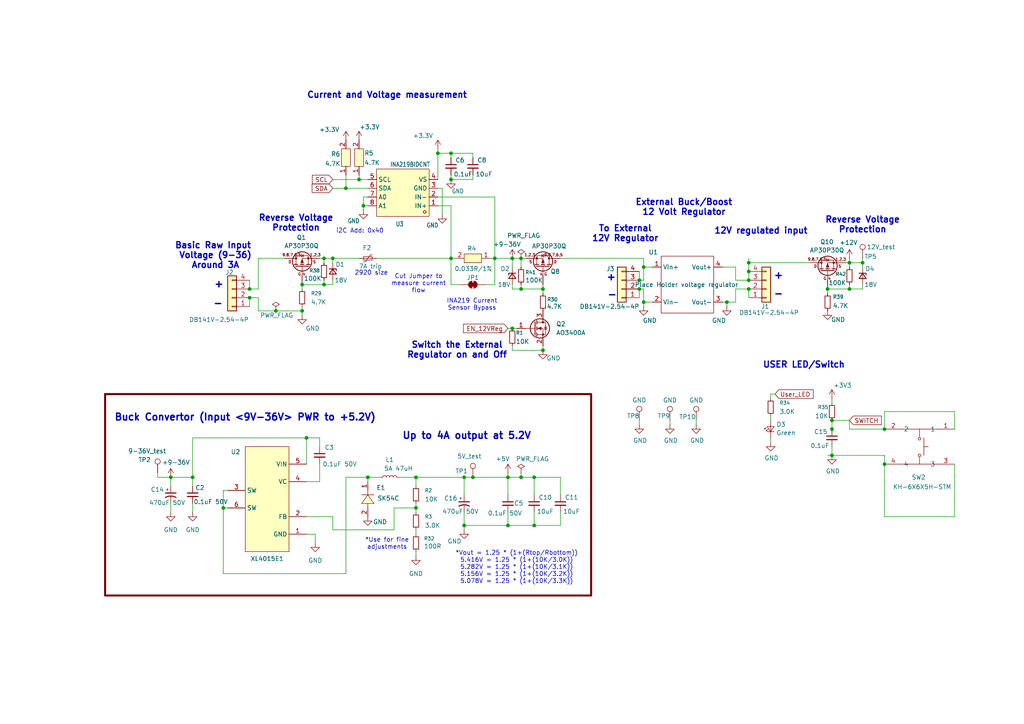
<source format=kicad_sch>
(kicad_sch (version 20250114) (generator "eeschema") (generator_version "9.0")
  (paper "A4")
  (title_block (title "MothBox") (date "2025-12-17") (rev "5.0.4") (company "Digital Naturalism Laboritories"))
  (rectangle (start 30.48 114.3) (end 171.45 172.72) (stroke (width 0.5842) (color 110 0 0 1)))
  (text "+" (at 225.806 80.01 0) (effects (font (size 2 2) (thickness 0.4) (bold yes))))
  (text "Current and Voltage measurement\n" (at 112.268 27.686 0) (effects (font (size 1.778 1.778) (thickness 0.3556) (bold yes))))
  (text "i2C Add: 0x40" (at 104.394 67.056 0) (effects (font (size 1.27 1.27))))
  (text "Buck Convertor (Input <9V-36V> PWR to +5.2V)" (at 71.12 121.158 0) (effects (font (size 2 2) (thickness 0.4) (bold yes))))
  (text "Reverse Voltage\nProtection" (at 85.852 64.77 0) (effects (font (size 1.778 1.778) (thickness 0.3556) (bold yes))))
  (text "+" (at 63.5 82.55 0) (effects (font (size 2 2) (thickness 0.4) (bold yes))))
  (text "-" (at 225.806 85.344 0) (effects (font (size 2 2) (thickness 0.4) (bold yes))))
  (text "*Use for fine\nadjustments" (at 112.268 157.734 0) (effects (font (size 1.27 1.27))))
  (text "To External\n12V Regulator" (at 181.356 67.818 0) (effects (font (size 1.778 1.778) (thickness 0.3556) (bold yes))))
  (text "+" (at 177.292 80.518 0) (effects (font (size 2 2) (thickness 0.4) (bold yes))))
  (text "Reverse Voltage\nProtection" (at 250.19 65.278 0) (effects (font (size 1.778 1.778) (thickness 0.3556) (bold yes))))
  (text "INA219 Current\nSensor Bypass" (at 136.906 88.392 0) (effects (font (size 1.27 1.27))))
  (text "12V regulated input\n" (at 220.726 67.056 0) (effects (font (size 1.778 1.778) (thickness 0.3556) (bold yes))))
  (text "Switch the External\nRegulator on and Off\n" (at 132.588 101.6 0) (effects (font (size 1.778 1.778) (thickness 0.3556) (bold yes))))
  (text "*Vout = 1.25 * (1+(Rtop/Rbottom))\n5.416V = 1.25 * (1+(10K/3.0K))\n5.282V = 1.25 * (1+(10K/3.1K))\n5.156V = 1.25 * (1+(10K/3.2K))\n5.078V = 1.25 * (1+(10K/3.3K))" (at 149.86 164.592 0) (effects (font (size 1.27 1.27))))
  (text "2920 size" (at 107.696 79.248 0) (effects (font (size 1.27 1.27))))
  (text "-" (at 177.546 85.598 0) (effects (font (size 2 2) (thickness 0.4) (bold yes))))
  (text "Cut Jumper to\nmeasure current\nflow" (at 121.412 82.296 0) (effects (font (size 1.27 1.27))))
  (text "Up to 4A output at 5.2V" (at 135.382 126.492 0) (effects (font (size 2 2) (thickness 0.4) (bold yes))))
  (text "USER LED/Switch" (at 233.172 105.918 0) (effects (font (size 1.778 1.778) (thickness 0.3556) (bold yes))))
  (text "Basic Raw Input \nVoltage (9-36)\nAround 3A" (at 62.484 74.168 0) (effects (font (size 1.778 1.778) (thickness 0.3556) (bold yes))))
  (text "-" (at 63.246 88.138 0) (effects (font (size 2 2) (thickness 0.4) (bold yes))))
  (text "External Buck/Boost\n12 Volt Regulator" (at 198.374 60.198 0) (effects (font (size 1.778 1.778) (thickness 0.3556) (bold yes))))
  (junction (at 250.19 76.2))
  (junction (at 217.17 76.2))
  (junction (at 241.3 124.46))
  (junction (at 100.33 54.61))
  (junction (at 104.14 52.07))
  (junction (at 106.68 138.43))
  (junction (at 256.54 134.62))
  (junction (at 127 44.45))
  (junction (at 240.03 83.82))
  (junction (at 186.69 87.63))
  (junction (at 72.39 86.36))
  (junction (at 134.62 138.43))
  (junction (at 154.94 138.43))
  (junction (at 246.38 76.2))
  (junction (at 130.81 44.45))
  (junction (at 246.38 83.82))
  (junction (at 80.01 90.17))
  (junction (at 157.48 83.82))
  (junction (at 185.42 83.82))
  (junction (at 105.41 59.69))
  (junction (at 186.69 77.47))
  (junction (at 157.48 101.6))
  (junction (at 151.13 138.43))
  (junction (at 143.51 74.93))
  (junction (at 120.65 147.32))
  (junction (at 96.52 74.93))
  (junction (at 148.59 95.25))
  (junction (at 151.13 74.93))
  (junction (at 120.65 138.43))
  (junction (at 93.98 82.55))
  (junction (at 151.13 83.82))
  (junction (at 88.9 127))
  (junction (at 147.32 138.43))
  (junction (at 49.53 138.43))
  (junction (at 72.39 83.82))
  (junction (at 217.17 78.74))
  (junction (at 130.81 52.07))
  (junction (at 210.82 87.63))
  (junction (at 217.17 81.28))
  (junction (at 93.98 74.93))
  (junction (at 241.3 132.08))
  (junction (at 217.17 83.82))
  (junction (at 134.62 152.4))
  (junction (at 137.16 138.43))
  (junction (at 130.81 74.93))
  (junction (at 147.32 152.4))
  (junction (at 87.63 82.55))
  (junction (at 87.63 90.17))
  (junction (at 241.3 121.92))
  (junction (at 154.94 152.4))
  (junction (at 256.54 124.46))
  (junction (at 185.42 81.28))
  (junction (at 55.88 138.43))
  (junction (at 64.77 147.32))
  (junction (at 148.59 74.93))
  (wire (pts (xy 55.88 127) (xy 55.88 138.43)))
  (wire (pts (xy 72.39 83.82) (xy 74.93 83.82)))
  (wire (pts (xy 276.86 119.38) (xy 256.54 119.38)))
  (wire (pts (xy 93.98 74.93) (xy 93.98 76.2)))
  (wire (pts (xy 128.27 54.61) (xy 128.27 62.23)))
  (wire (pts (xy 87.63 82.55) (xy 93.98 82.55)))
  (wire (pts (xy 240.03 83.82) (xy 246.38 83.82)))
  (wire (pts (xy 246.38 74.93) (xy 246.38 76.2)))
  (wire (pts (xy 127 54.61) (xy 128.27 54.61)))
  (wire (pts (xy 186.69 87.63) (xy 189.23 87.63)))
  (wire (pts (xy 96.52 149.86) (xy 96.52 153.67)))
  (wire (pts (xy 72.39 81.28) (xy 72.39 83.82)))
  (wire (pts (xy 147.32 95.25) (xy 148.59 95.25)))
  (wire (pts (xy 64.77 147.32) (xy 64.77 142.24)))
  (wire (pts (xy 250.19 74.93) (xy 250.19 76.2)))
  (wire (pts (xy 162.56 138.43) (xy 154.94 138.43)))
  (wire (pts (xy 217.17 78.74) (xy 217.17 81.28)))
  (wire (pts (xy 217.17 76.2) (xy 234.95 76.2)))
  (wire (pts (xy 147.32 143.51) (xy 147.32 138.43)))
  (wire (pts (xy 154.94 138.43) (xy 151.13 138.43)))
  (wire (pts (xy 134.62 148.59) (xy 134.62 152.4)))
  (wire (pts (xy 87.63 83.82) (xy 87.63 82.55)))
  (wire (pts (xy 256.54 119.38) (xy 256.54 124.46)))
  (wire (pts (xy 104.14 52.07) (xy 96.52 52.07)) (stroke (width 0.1524)))
  (wire (pts (xy 240.03 85.09) (xy 240.03 83.82)))
  (wire (pts (xy 114.3 147.32) (xy 120.65 147.32)))
  (wire (pts (xy 217.17 83.82) (xy 217.17 86.36)))
  (wire (pts (xy 148.59 74.93) (xy 151.13 74.93)))
  (wire (pts (xy 127 44.45) (xy 127 52.07)))
  (wire (pts (xy 74.93 86.36) (xy 74.93 90.17)))
  (wire (pts (xy 151.13 83.82) (xy 157.48 83.82)))
  (wire (pts (xy 127 59.69) (xy 130.81 59.69)) (stroke (width 0.1524)))
  (wire (pts (xy 241.3 115.57) (xy 241.3 116.84)))
  (wire (pts (xy 45.72 138.43) (xy 49.53 138.43)))
  (wire (pts (xy 241.3 124.46) (xy 241.3 121.92)))
  (wire (pts (xy 133.35 82.55) (xy 130.81 82.55)))
  (wire (pts (xy 151.13 137.16) (xy 151.13 138.43)))
  (wire (pts (xy 93.98 74.93) (xy 96.52 74.93)))
  (wire (pts (xy 120.65 147.32) (xy 120.65 148.59)))
  (wire (pts (xy 130.81 82.55) (xy 130.81 74.93)))
  (wire (pts (xy 96.52 74.93) (xy 104.14 74.93)))
  (wire (pts (xy 148.59 74.93) (xy 148.59 77.47)))
  (wire (pts (xy 127 57.15) (xy 143.51 57.15)) (stroke (width 0.1524)))
  (wire (pts (xy 246.38 82.55) (xy 246.38 83.82)))
  (wire (pts (xy 186.69 83.82) (xy 186.69 87.63)))
  (wire (pts (xy 162.56 74.93) (xy 186.69 74.93)))
  (wire (pts (xy 120.65 153.67) (xy 120.65 154.94)))
  (wire (pts (xy 148.59 95.25) (xy 149.86 95.25)))
  (wire (pts (xy 137.16 50.8) (xy 137.16 52.07)))
  (wire (pts (xy 143.51 82.55) (xy 143.51 74.93)))
  (wire (pts (xy 106.68 57.15) (xy 105.41 57.15)))
  (wire (pts (xy 66.04 147.32) (xy 64.77 147.32)))
  (wire (pts (xy 223.52 120.65) (xy 223.52 121.92)))
  (wire (pts (xy 109.22 74.93) (xy 130.81 74.93)))
  (wire (pts (xy 93.98 81.28) (xy 93.98 82.55)))
  (wire (pts (xy 106.68 54.61) (xy 100.33 54.61)) (stroke (width 0.1524)))
  (wire (pts (xy 185.42 121.92) (xy 185.42 123.19)))
  (wire (pts (xy 120.65 146.05) (xy 120.65 147.32)))
  (wire (pts (xy 147.32 148.59) (xy 147.32 152.4)))
  (wire (pts (xy 276.86 124.46) (xy 276.86 119.38)))
  (wire (pts (xy 130.81 44.45) (xy 130.81 45.72)))
  (wire (pts (xy 87.63 91.44) (xy 87.63 90.17)))
  (wire (pts (xy 240.03 132.08) (xy 241.3 132.08)))
  (wire (pts (xy 91.44 154.94) (xy 91.44 157.48)))
  (wire (pts (xy 49.53 138.43) (xy 55.88 138.43)))
  (wire (pts (xy 213.36 81.28) (xy 213.36 77.47)))
  (wire (pts (xy 134.62 152.4) (xy 147.32 152.4)))
  (wire (pts (xy 88.9 154.94) (xy 91.44 154.94)))
  (wire (pts (xy 209.55 77.47) (xy 213.36 77.47)))
  (wire (pts (xy 88.9 134.62) (xy 88.9 127)))
  (wire (pts (xy 185.42 83.82) (xy 185.42 86.36)))
  (wire (pts (xy 105.41 59.69) (xy 106.68 59.69)))
  (wire (pts (xy 151.13 138.43) (xy 147.32 138.43)))
  (wire (pts (xy 105.41 59.69) (xy 105.41 60.96)))
  (wire (pts (xy 186.69 77.47) (xy 186.69 74.93)))
  (wire (pts (xy 213.36 83.82) (xy 213.36 87.63)))
  (wire (pts (xy 246.38 121.92) (xy 246.38 124.46)))
  (wire (pts (xy 72.39 86.36) (xy 74.93 86.36)))
  (wire (pts (xy 49.53 146.05) (xy 49.53 148.59)))
  (wire (pts (xy 72.39 86.36) (xy 72.39 88.9)))
  (wire (pts (xy 92.71 74.93) (xy 93.98 74.93)))
  (wire (pts (xy 64.77 147.32) (xy 64.77 166.37)))
  (wire (pts (xy 246.38 83.82) (xy 250.19 83.82)))
  (wire (pts (xy 130.81 44.45) (xy 137.16 44.45)))
  (wire (pts (xy 186.69 81.28) (xy 186.69 77.47)))
  (wire (pts (xy 92.71 129.54) (xy 92.71 127)))
  (wire (pts (xy 217.17 76.2) (xy 217.17 78.74)))
  (wire (pts (xy 148.59 83.82) (xy 151.13 83.82)))
  (wire (pts (xy 186.69 77.47) (xy 189.23 77.47)))
  (wire (pts (xy 130.81 74.93) (xy 132.08 74.93)))
  (wire (pts (xy 148.59 101.6) (xy 157.48 101.6)))
  (wire (pts (xy 143.51 74.93) (xy 142.24 74.93)) (stroke (width 0.1524)))
  (wire (pts (xy 157.48 100.33) (xy 157.48 101.6)))
  (wire (pts (xy 106.68 138.43) (xy 110.49 138.43)))
  (wire (pts (xy 120.65 138.43) (xy 120.65 140.97)))
  (wire (pts (xy 250.19 82.55) (xy 250.19 83.82)))
  (wire (pts (xy 157.48 82.55) (xy 157.48 83.82)))
  (wire (pts (xy 194.31 121.92) (xy 194.31 123.19)))
  (wire (pts (xy 185.42 78.74) (xy 185.42 81.28)))
  (wire (pts (xy 217.17 74.93) (xy 217.17 76.2)))
  (wire (pts (xy 162.56 143.51) (xy 162.56 138.43)))
  (wire (pts (xy 106.68 138.43) (xy 106.68 139.7)))
  (wire (pts (xy 140.97 82.55) (xy 143.51 82.55)))
  (wire (pts (xy 256.54 132.08) (xy 256.54 134.62)))
  (wire (pts (xy 100.33 138.43) (xy 106.68 138.43)))
  (wire (pts (xy 276.86 149.86) (xy 256.54 149.86)))
  (wire (pts (xy 134.62 152.4) (xy 134.62 153.67)))
  (wire (pts (xy 154.94 143.51) (xy 154.94 138.43)))
  (wire (pts (xy 154.94 152.4) (xy 147.32 152.4)))
  (wire (pts (xy 246.38 124.46) (xy 256.54 124.46)))
  (wire (pts (xy 157.48 83.82) (xy 157.48 85.09)))
  (wire (pts (xy 256.54 149.86) (xy 256.54 134.62)))
  (wire (pts (xy 96.52 54.61) (xy 100.33 54.61)))
  (wire (pts (xy 74.93 74.93) (xy 74.93 83.82)))
  (wire (pts (xy 151.13 74.93) (xy 151.13 77.47)))
  (wire (pts (xy 130.81 50.8) (xy 130.81 52.07)))
  (wire (pts (xy 137.16 138.43) (xy 147.32 138.43)))
  (wire (pts (xy 186.69 87.63) (xy 186.69 88.9)))
  (wire (pts (xy 66.04 142.24) (xy 64.77 142.24)))
  (wire (pts (xy 148.59 82.55) (xy 148.59 83.82)))
  (wire (pts (xy 151.13 74.93) (xy 152.4 74.93)))
  (wire (pts (xy 96.52 153.67) (xy 114.3 153.67)))
  (wire (pts (xy 82.55 74.93) (xy 74.93 74.93)))
  (wire (pts (xy 245.11 76.2) (xy 246.38 76.2)))
  (wire (pts (xy 154.94 148.59) (xy 154.94 152.4)))
  (wire (pts (xy 143.51 74.93) (xy 148.59 74.93)))
  (wire (pts (xy 162.56 152.4) (xy 162.56 148.59)))
  (wire (pts (xy 45.72 137.16) (xy 45.72 138.43)))
  (wire (pts (xy 127 44.45) (xy 130.81 44.45)))
  (wire (pts (xy 217.17 81.28) (xy 213.36 81.28)))
  (wire (pts (xy 93.98 82.55) (xy 96.52 82.55)))
  (wire (pts (xy 241.3 125.73) (xy 241.3 124.46)))
  (wire (pts (xy 88.9 149.86) (xy 96.52 149.86)))
  (wire (pts (xy 137.16 45.72) (xy 137.16 44.45)))
  (wire (pts (xy 147.32 137.16) (xy 147.32 138.43)))
  (wire (pts (xy 96.52 81.28) (xy 96.52 82.55)))
  (wire (pts (xy 64.77 166.37) (xy 100.33 166.37)))
  (wire (pts (xy 246.38 76.2) (xy 250.19 76.2)))
  (wire (pts (xy 105.41 57.15) (xy 105.41 59.69)))
  (wire (pts (xy 120.65 160.02) (xy 120.65 161.29)))
  (wire (pts (xy 96.52 54.61) (xy 100.33 54.61)) (stroke (width 0.1524)))
  (wire (pts (xy 246.38 76.2) (xy 246.38 77.47)))
  (wire (pts (xy 250.19 76.2) (xy 250.19 77.47)))
  (wire (pts (xy 88.9 139.7) (xy 92.71 139.7)))
  (wire (pts (xy 106.68 52.07) (xy 104.14 52.07)) (stroke (width 0.1524)))
  (wire (pts (xy 55.88 146.05) (xy 55.88 148.59)))
  (wire (pts (xy 223.52 114.3) (xy 224.79 114.3)))
  (wire (pts (xy 209.55 87.63) (xy 210.82 87.63)))
  (wire (pts (xy 276.86 134.62) (xy 276.86 149.86)))
  (wire (pts (xy 223.52 127) (xy 223.52 128.27)))
  (wire (pts (xy 100.33 166.37) (xy 100.33 138.43)))
  (wire (pts (xy 92.71 127) (xy 88.9 127)))
  (wire (pts (xy 201.93 121.92) (xy 201.93 123.19)))
  (wire (pts (xy 241.3 132.08) (xy 256.54 132.08)))
  (wire (pts (xy 148.59 100.33) (xy 148.59 101.6)))
  (wire (pts (xy 241.3 121.92) (xy 246.38 121.92)))
  (wire (pts (xy 154.94 152.4) (xy 162.56 152.4)))
  (wire (pts (xy 151.13 82.55) (xy 151.13 83.82)))
  (wire (pts (xy 241.3 129.54) (xy 241.3 132.08)))
  (wire (pts (xy 217.17 83.82) (xy 213.36 83.82)))
  (wire (pts (xy 104.14 50.8) (xy 104.14 52.07)))
  (wire (pts (xy 143.51 57.15) (xy 143.51 74.93)) (stroke (width 0.1524)))
  (wire (pts (xy 49.53 138.43) (xy 49.53 140.97)))
  (wire (pts (xy 137.16 52.07) (xy 130.81 52.07)))
  (wire (pts (xy 74.93 90.17) (xy 80.01 90.17)))
  (wire (pts (xy 223.52 115.57) (xy 223.52 114.3)))
  (wire (pts (xy 88.9 127) (xy 55.88 127)))
  (wire (pts (xy 80.01 90.17) (xy 87.63 90.17)))
  (wire (pts (xy 96.52 74.93) (xy 96.52 76.2)))
  (wire (pts (xy 127 43.18) (xy 127 44.45)))
  (wire (pts (xy 115.57 138.43) (xy 120.65 138.43)))
  (wire (pts (xy 114.3 153.67) (xy 114.3 147.32)))
  (wire (pts (xy 134.62 143.51) (xy 134.62 138.43)))
  (wire (pts (xy 134.62 138.43) (xy 137.16 138.43)))
  (wire (pts (xy 120.65 138.43) (xy 134.62 138.43)))
  (wire (pts (xy 185.42 83.82) (xy 186.69 83.82)))
  (wire (pts (xy 100.33 50.8) (xy 100.33 54.61)))
  (wire (pts (xy 92.71 139.7) (xy 92.71 134.62)))
  (wire (pts (xy 87.63 88.9) (xy 87.63 90.17)))
  (wire (pts (xy 130.81 59.69) (xy 130.81 74.93)) (stroke (width 0.1524)))
  (wire (pts (xy 213.36 87.63) (xy 210.82 87.63)))
  (wire (pts (xy 185.42 81.28) (xy 186.69 81.28)))
  (wire (pts (xy 55.88 138.43) (xy 55.88 140.97)))
  (wire (pts (xy 210.82 87.63) (xy 210.82 88.9)))
  (global_label "SCL" (shape input) (at 96.52 52.07 180) (property "Intersheetrefs" "${INTERSHEET_REFS}" (effects (hide yes))))
  (global_label "SDA" (shape input) (at 96.52 54.61 180) (property "Intersheetrefs" "${INTERSHEET_REFS}" (effects (hide yes))))
  (global_label "User_LED" (shape input) (at 224.79 114.3 0) (property "Intersheetrefs" "${INTERSHEET_REFS}" (effects (hide yes))))
  (global_label "SWITCH" (shape input) (at 246.38 121.92 0) (property "Intersheetrefs" "${INTERSHEET_REFS}" (effects (hide yes))))
  (global_label "EN_12VReg" (shape input) (at 147.32 95.25 180) (property "Intersheetrefs" "${INTERSHEET_REFS}" (effects (hide yes))))
  (symbol (lib_name "AP30P30Q_1") (lib_id "MothBox_Symbol_Library:AP30P30Q_1") (at 240.03 76.2 0) (unit 1)
    (property "Reference" "Q10" (at 239.8396 70.1505 0))
    (property "Value" "AP30P30Q" (at 239.8396 72.5748 0))
    (property "Footprint" "MothBox_footprints_Library:PDFN3333-8_L3.1-W3.2-P0.65-LS3.4-BL" (effects (hide yes)))
    (property "Description" "30V 30A 1.5W 800mV 1 P-Channel PDFN3333-8 Single FETs, MOSFETs RoHS" (effects (hide yes)))
    (property "LCSC" "C471913" (effects (hide yes)))
  )
  (symbol (lib_id "MothBox_Symbol_Library:C_Small") (at 137.16 48.26 0) (unit 1)
    (property "Reference" "C8" (at 138.43 46.482 0) (effects (justify left)))
    (property "Value" "10uF" (at 137.922 50.546 0) (effects (justify left)))
    (property "Footprint" "MothBox_footprints_Library:C_0603_1608Metric" (effects (hide yes)))
    (property "Description" "Unpolarized capacitor, small symbol" (effects (hide yes)))
    (property "LCSC_Part" "C19702" (effects (hide yes)))
  )
  (symbol (lib_id "MothBox_Symbol_Library:GND") (at 128.27 62.23 0) (unit 1)
    (property "Reference" "#U$03" (effects (hide yes)))
    (property "Value" "GND" (at 123.698 66.04 0) (effects (font (size 1.27 1.0795)) (justify left bottom)))
  )
  (symbol (lib_id "MothBox_Symbol_Library:PCSR2512BR100M6") (at 137.16 74.93 180) (unit 1)
    (property "Reference" "R4" (at 138.176 71.374 0) (effects (justify left bottom)))
    (property "Value" "0.033R/1%" (at 131.826 77.216 0) (effects (justify right bottom)))
    (property "Footprint" "MothBox_footprints_Library:R_2512_6332Metric" (effects (hide yes)))
    (property "LCSC_Part" "C875726" (effects (hide yes)))
  )
  (symbol (lib_id "MothBox_Symbol_Library:GND") (at 201.93 123.19 0) (unit 1)
    (property "Reference" "#PWR062" (effects (hide yes)))
    (property "Value" "GND" (at 202.184 127.762 0))
    (property "Description" "Power symbol creates a global label with name \"GND\" , ground" (effects (hide yes)))
  )
  (symbol (lib_id "MothBox_Symbol_Library:Conn_01x04") (at 180.34 83.82 180) (unit 1)
    (property "Reference" "J3" (at 177.038 77.978 0))
    (property "Value" "DB141V-2.54-4P" (at 176.784 88.9 0))
    (property "Footprint" "MothBox_footprints_Library:CONN-TH_4P-P2.54_DIBO_DB141V-2.54-4P" (effects (hide yes)))
    (property "Description" "Generic connector, single row, 01x04, script generated (kicad-library-utils/schlib/autogen/connector/)" (effects (hide yes)))
    (property "LCSC_Part" "C2898746" (effects (hide yes)))
  )
  (symbol (lib_id "MothBox_Symbol_Library:D_Zener_Small") (at 96.52 78.74 270) (unit 1)
    (property "Reference" "D1" (at 97.282 76.708 90) (effects (justify left)))
    (property "Value" "18V" (at 97.028 81.28 90) (effects (justify left)))
    (property "Footprint" "MothBox_footprints_Library:D_SOD-323" (effects (hide yes)))
    (property "Description" "Zener diode, small symbol" (effects (hide yes)))
    (property "DESCRIPTION" "MM1W18" (effects (hide yes)))
    (property "LCSC_Part" "C382948" (effects (hide yes)))
  )
  (symbol (lib_id "MothBox_Symbol_Library:GND") (at 241.3 132.08 0) (unit 1)
    (property "Reference" "#PWR072" (effects (hide yes)))
    (property "Value" "GND" (at 241.554 136.652 0))
    (property "Description" "Power symbol creates a global label with name \"GND\" , ground" (effects (hide yes)))
  )
  (symbol (lib_id "MothBox_Symbol_Library:TestPoint") (at 250.19 74.93 0) (unit 1) (in_bom no)
    (property "Reference" "TP5" (at 252.476 74.422 0))
    (property "Value" "12V_test" (at 255.524 71.628 0))
    (property "Footprint" "MothBox_footprints_Library:TestPoint_THTPad_D1.0mm_Drill0.5mm" (effects (hide yes)))
    (property "Description" "test point" (effects (hide yes)))
  )
  (symbol (lib_id "MothBox_Symbol_Library:SK54C_C5449119") (at 106.68 144.78 270) (unit 1)
    (property "Reference" "E1" (at 111.76 141.478 90) (effects (justify right)))
    (property "Value" "SK54C" (at 115.824 144.526 90) (effects (justify right)))
    (property "Footprint" "MothBox_footprints_Library:SMC_L6.9-W5.9-LS8.0-RD" (effects (hide yes)))
    (property "Description" "Independent Type 5A 550mV@5A 40V SMC Diodes - General Purpose ROHS" (effects (hide yes)))
    (property "MF" "Taiwan Semiconductor" (effects (hide yes)))
    (property "MAXIMUM_PACKAGE_HEIGHT" "2.65mm" (effects (hide yes)))
    (property "Package" "DO-214AB-2 Taiwan Semiconductor" (effects (hide yes)))
    (property "Price" "None" (effects (hide yes)))
    (property "Check_prices" "https://www.snapeda.com/parts/SK54C/taiwan/view-part/?ref=eda" (effects (hide yes)))
    (property "STANDARD" "Manufacturer Recommendations" (effects (hide yes)))
    (property "PARTREV" "S2311" (effects (hide yes)))
    (property "SnapEDA_Link" "https://www.snapeda.com/parts/SK54C/taiwan/view-part/?ref=snap" (effects (hide yes)))
    (property "MP" "SK54C" (effects (hide yes)))
    (property "Description_1" "5A, 40V, Schottky Rectifier" (effects (hide yes)))
    (property "Availability" "In Stock" (effects (hide yes)))
    (property "MANUFACTURER" "Taiwan Semiconductor" (effects (hide yes)))
    (property "LCSC_Part" "C5449119" (effects (hide yes)))
  )
  (symbol (lib_id "MothBox_Symbol_Library:XL4015E1") (at 77.47 144.78 0) (unit 1)
    (property "Reference" "U2" (at 68.326 131.064 0))
    (property "Value" "XL4015E1" (at 77.47 162.052 0))
    (property "Footprint" "Package_TO_SOT_SMD:TO-263-5_TabPin3" (effects (hide yes)))
    (property "Datasheet" "https://lcsc.com/product-detail/DC-DC-Converters_XL4015E1_C51661.html" (effects (hide yes)))
    (property "MF" "XLSEMI" (effects (hide yes)))
    (property "MAXIMUM_PACKAGE_HEIGHT" "4.77mm" (effects (hide yes)))
    (property "Package" "None" (effects (hide yes)))
    (property "Price" "None" (effects (hide yes)))
    (property "Check_prices" "https://www.snapeda.com/parts/XL4015/XLSEMI/view-part/?ref=eda" (effects (hide yes)))
    (property "STANDARD" "Manufacturer Recommendations" (effects (hide yes)))
    (property "PARTREV" "1.5" (effects (hide yes)))
    (property "SnapEDA_Link" "https://www.snapeda.com/parts/XL4015/XLSEMI/view-part/?ref=snap" (effects (hide yes)))
    (property "MP" "XL4015" (effects (hide yes)))
    (property "Description_1" "5A 180KHz 36V Buck DC to DC Converter" (effects (hide yes)))
    (property "Availability" "Not in stock" (effects (hide yes)))
    (property "MANUFACTURER" "XLSEMI" (effects (hide yes)))
    (property "LCSC_Part" "C51661" (effects (hide yes)))
  )
  (symbol (lib_id "MothBox_Symbol_Library:+12V") (at 246.38 74.93 0) (unit 1)
    (property "Reference" "#PWR06" (effects (hide yes)))
    (property "Value" "+12V" (at 246.126 70.358 0))
    (property "Description" "Power symbol creates a global label with name \"+12V\"" (effects (hide yes)))
  )
  (symbol (lib_id "MothBox_Symbol_Library:Polyfuse_Small") (at 106.68 74.93 90) (unit 1)
    (property "Reference" "F2" (at 106.426 71.882 90))
    (property "Value" "7A trip" (at 107.442 77.216 90))
    (property "Footprint" "Fuse:Fuse_2920_7451Metric" (effects (hide yes)))
    (property "Description" "Resettable fuse, polymeric positive temperature coefficient, small symbol" (effects (hide yes)))
    (property "LCSC_Part" "C22363536" (effects (hide yes)))
  )
  (symbol (lib_id "MothBox_Symbol_Library:Device_LED_Small") (at 223.52 124.46 90) (unit 1)
    (property "Reference" "D3" (at 225.171 123.1208 90) (effects (justify right)))
    (property "Value" "Green" (at 225.171 125.5451 90) (effects (justify right)))
    (property "Footprint" "LED_SMD:LED_0603_1608Metric" (effects (hide yes)))
    (property "LCSC" "C72043" (effects (hide yes)))
  )
  (symbol (lib_id "MothBox_Symbol_Library:Conn_01x04") (at 67.31 86.36 180) (unit 1)
    (property "Reference" "J2" (at 66.548 78.994 0))
    (property "Value" "DB141V-2.54-4P" (at 63.5 92.71 0))
    (property "Footprint" "MothBox_footprints_Library:CONN-TH_4P-P2.54_DIBO_DB141V-2.54-4P" (effects (hide yes)))
    (property "Description" "Generic connector, single row, 01x04, script generated (kicad-library-utils/schlib/autogen/connector/)" (effects (hide yes)))
    (property "LCSC_Part" "C2898746" (effects (hide yes)))
  )
  (symbol (lib_id "MothBox_Symbol_Library:GND") (at 194.31 123.19 0) (unit 1)
    (property "Reference" "#PWR059" (effects (hide yes)))
    (property "Value" "GND" (at 194.564 127.762 0))
    (property "Description" "Power symbol creates a global label with name \"GND\" , ground" (effects (hide yes)))
  )
  (symbol (lib_id "MothBox_Symbol_Library:D_Zener_Small") (at 250.19 80.01 270) (unit 1)
    (property "Reference" "D4" (at 250.952 77.978 90) (effects (justify left)))
    (property "Value" "18V" (at 250.698 82.55 90) (effects (justify left)))
    (property "Footprint" "MothBox_footprints_Library:D_SOD-323" (effects (hide yes)))
    (property "Description" "Zener diode, small symbol" (effects (hide yes)))
    (property "DESCRIPTION" "MM1W18" (effects (hide yes)))
    (property "LCSC_Part" "C382948" (effects (hide yes)))
  )
  (symbol (lib_id "MothBox_Symbol_Library:D_Zener_Small") (at 148.59 80.01 90) (mirror x) (unit 1)
    (property "Reference" "D2" (at 147.828 77.978 90) (effects (justify left)))
    (property "Value" "18V" (at 148.082 82.55 90) (effects (justify left)))
    (property "Footprint" "MothBox_footprints_Library:D_SOD-323" (effects (hide yes)))
    (property "Description" "Zener diode, small symbol" (effects (hide yes)))
    (property "DESCRIPTION" "MM1W18" (effects (hide yes)))
    (property "LCSC_Part" "C382948" (effects (hide yes)))
  )
  (symbol (lib_id "MothBox_Symbol_Library:PWR_FLAG") (at 151.13 137.16 0) (unit 1)
    (property "Reference" "#FLG03" (effects (hide yes)))
    (property "Value" "PWR_FLAG" (at 154.432 133.096 0))
    (property "Description" "Special symbol for telling ERC where power comes from" (effects (hide yes)))
  )
  (symbol (lib_id "MothBox_Symbol_Library:R_Small") (at 241.3 119.38 0) (mirror y) (unit 1)
    (property "Reference" "R35" (at 240.284 118.11 0) (effects (font (size 1.016 1.016)) (justify left)))
    (property "Value" "10K" (at 240.284 120.65 0) (effects (justify left)))
    (property "Footprint" "MothBox_footprints_Library:R_0603_1608Metric" (effects (hide yes)))
    (property "Description" "Resistor, small symbol" (effects (hide yes)))
    (property "LCSC_Part" "C25804" (effects (hide yes)))
  )
  (symbol (lib_id "MothBox_Symbol_Library:TestPoint") (at 45.72 137.16 0) (unit 1) (in_bom no)
    (property "Reference" "TP2" (at 41.91 133.35 0))
    (property "Value" "9-36V_test" (at 42.672 130.81 0))
    (property "Footprint" "MothBox_footprints_Library:TestPoint_THTPad_D1.0mm_Drill0.5mm" (effects (hide yes)))
    (property "Description" "test point" (effects (hide yes)))
  )
  (symbol (lib_id "Jumper:SolderJumper_2_Bridged") (at 137.16 82.55 0) (unit 1) (in_bom no)
    (property "Reference" "JP1" (at 137.16 80.518 0))
    (property "Value" "SolderJumper_2_Bridged" (effects (hide yes)))
    (property "Footprint" "Jumper:SolderJumper-2_P1.3mm_Bridged2Bar_RoundedPad1.0x1.5mm" (effects (hide yes)))
    (property "Description" "Solder Jumper, 2-pole, closed/bridged" (effects (hide yes)))
  )
  (symbol (lib_id "MothBox_Symbol_Library:+24V") (at 49.53 138.43 0) (unit 1)
    (property "Reference" "#PWR031" (effects (hide yes)))
    (property "Value" "+9-36V" (at 51.054 134.112 0))
    (property "Description" "Power symbol creates a global label with name \"+24V\"" (effects (hide yes)))
  )
  (symbol (lib_id "MothBox_Symbol_Library:+24V") (at 148.59 74.93 0) (unit 1)
    (property "Reference" "#PWR01" (effects (hide yes)))
    (property "Value" "+9-36V" (at 147.066 70.866 0))
    (property "Description" "Power symbol creates a global label with name \"+24V\"" (effects (hide yes)))
  )
  (symbol (lib_id "MothBox_Symbol_Library:PWR_FLAG") (at 151.13 74.93 0) (unit 1)
    (property "Reference" "#FLG01" (effects (hide yes)))
    (property "Value" "PWR_FLAG" (at 147.066 68.326 0) (effects (justify left)))
    (property "Description" "Special symbol for telling ERC where power comes from" (effects (hide yes)))
  )
  (symbol (lib_id "MothBox_Symbol_Library:TestPoint") (at 185.42 121.92 0) (unit 1) (in_bom no)
    (property "Reference" "TP8" (at 183.642 120.65 0))
    (property "Value" "GND" (at 185.42 116.078 0))
    (property "Footprint" "MothBox_footprints_Library:TestPoint_THTPad_D1.0mm_Drill0.5mm" (effects (hide yes)))
    (property "Description" "test point" (effects (hide yes)))
  )
  (symbol (lib_id "MothBox_Symbol_Library:GND") (at 157.48 101.6 0) (unit 1)
    (property "Reference" "#PWR0101" (effects (hide yes)))
    (property "Value" "GND" (at 160.528 103.886 0))
    (property "Description" "Power symbol creates a global label with name \"GND\" , ground" (effects (hide yes)))
  )
  (symbol (lib_id "MothBox_Symbol_Library:GND") (at 223.52 128.27 0) (unit 1)
    (property "Reference" "#PWR071" (effects (hide yes)))
    (property "Value" "GND" (at 223.774 132.842 0))
    (property "Description" "Power symbol creates a global label with name \"GND\" , ground" (effects (hide yes)))
  )
  (symbol (lib_id "MothBox_Symbol_Library:C_Small") (at 147.32 146.05 0) (unit 1)
    (property "Reference" "C5" (at 149.0941 145.9695 0) (effects (justify left)))
    (property "Value" "0.1uF 50V" (at 141.478 148.844 0) (effects (justify left)))
    (property "Footprint" "MothBox_footprints_Library:C_0603_1608Metric" (effects (hide yes)))
    (property "Description" "50V 0.1uF X7R ±10% 0805 Multilayer Ceramic Capacitors MLCC - SMD/SMT ROHS" (effects (hide yes)))
    (property "LCSC_Part" "C14663" (effects (hide yes)))
  )
  (symbol (lib_id "MothBox_Symbol_Library:GND") (at 105.41 60.96 0) (unit 1)
    (property "Reference" "#U$02" (effects (hide yes)))
    (property "Value" "GND" (at 100.838 64.77 0) (effects (font (size 1.27 1.0795)) (justify left bottom)))
  )
  (symbol (lib_id "MothBox_Symbol_Library:R_Small") (at 223.52 118.11 0) (unit 1)
    (property "Reference" "R34" (at 226.06 116.8399 0) (effects (font (size 1.016 1.016)) (justify left)))
    (property "Value" "3.0K" (at 226.06 119.3799 0) (effects (justify left)))
    (property "Footprint" "MothBox_footprints_Library:R_0603_1608Metric" (effects (hide yes)))
    (property "Description" "Resistor, small symbol" (effects (hide yes)))
    (property "LCSC_Part" "C4211" (effects (hide yes)))
  )
  (symbol (lib_id "MothBox_Symbol_Library:L_Small") (at 113.03 138.43 90) (unit 1)
    (property "Reference" "L1" (at 113.03 133.35 90))
    (property "Value" "5A 47uH" (at 115.57 135.89 90))
    (property "Footprint" "MothBox_footprints_Library:L_Chilisin_BMRG00131360" (effects (hide yes)))
    (property "Description" "5A 47uH Integrated molded inductor ±20% SMD,13.8x12.6x6.5mm Power Inductors ROHS" (effects (hide yes)))
    (property "LCSC_Part" "C497913" (effects (hide yes)))
  )
  (symbol (lib_id "MothBox_Symbol_Library:+3.3V") (at 104.14 40.64 0) (mirror y) (unit 1)
    (property "Reference" "#PWR015" (effects (hide yes)))
    (property "Value" "+3.3V" (at 107.188 36.83 0))
    (property "Description" "Power symbol creates a global label with name \"+3.3V\"" (effects (hide yes)))
  )
  (symbol (lib_id "easyeda2kicad:4-1437565-1") (at 266.7 129.54 0) (mirror y) (unit 1)
    (property "Reference" "SW2" (at 266.446 138.43 0))
    (property "Value" "KH-6X6X5H-STM" (at 267.462 141.224 0))
    (property "Footprint" "easyeda2kicad:KEY-SMD_4P-L6.0-W6.0-P4.50-LS10.0-TL" (effects (hide yes)))
    (property "LCSC Part" "C592734" (effects (hide yes)))
  )
  (symbol (lib_id "MothBox_Symbol_Library:+3.3V") (at 241.3 115.57 0) (mirror y) (unit 1)
    (property "Reference" "#PWR073" (effects (hide yes)))
    (property "Value" "+3V3" (at 244.348 111.76 0))
    (property "Description" "Power symbol creates a global label with name \"+3.3V\"" (effects (hide yes)))
  )
  (symbol (lib_id "MothBox_Symbol_Library:R_Small") (at 93.98 78.74 0) (mirror x) (unit 1)
    (property "Reference" "R38" (at 89.662 78.486 0) (effects (font (size 1.016 1.016)) (justify left)))
    (property "Value" "100K" (at 88.138 80.772 0) (effects (justify left)))
    (property "Footprint" "MothBox_footprints_Library:R_0603_1608Metric" (effects (hide yes)))
    (property "Description" "Resistor, small symbol" (effects (hide yes)))
    (property "LCSC_Part" "C25803" (effects (hide yes)))
  )
  (symbol (lib_id "MothBox_Symbol_Library:C_Small") (at 92.71 132.08 0) (mirror y) (unit 1)
    (property "Reference" "C3" (at 95.504 129.794 0))
    (property "Value" "0.1uF 50V" (at 98.552 134.62 0))
    (property "Footprint" "MothBox_footprints_Library:C_0603_1608Metric" (effects (hide yes)))
    (property "Description" "50V 0.1uF X7R ±10% 0805 Multilayer Ceramic Capacitors MLCC - SMD/SMT ROHS" (effects (hide yes)))
    (property "LCSC_Part" "C14663" (effects (hide yes)))
  )
  (symbol (lib_id "MothBox_Symbol_Library:GND") (at 55.88 148.59 0) (unit 1)
    (property "Reference" "#PWR04" (effects (hide yes)))
    (property "Value" "GND" (at 55.88 153.67 0))
    (property "Description" "Power symbol creates a global label with name \"GND\" , ground" (effects (hide yes)))
  )
  (symbol (lib_id "MothBox_Symbol_Library:R_Small") (at 240.03 87.63 0) (unit 1)
    (property "Reference" "R39" (at 241.554 86.106 0) (effects (font (size 1.016 1.016)) (justify left)))
    (property "Value" "4.7K" (at 241.554 88.646 0) (effects (justify left)))
    (property "Footprint" "MothBox_footprints_Library:R_0603_1608Metric" (effects (hide yes)))
    (property "Description" "Resistor, small symbol" (effects (hide yes)))
    (property "LCSC_Part" "C23162" (effects (hide yes)))
  )
  (symbol (lib_id "MothBox_Symbol_Library:R_Small") (at 120.65 157.48 0) (unit 1)
    (property "Reference" "R32" (at 122.936 156.21 0) (effects (font (size 1.016 1.016)) (justify left)))
    (property "Value" "100R" (at 122.936 158.4299 0) (effects (justify left)))
    (property "Footprint" "MothBox_footprints_Library:R_0603_1608Metric" (effects (hide yes)))
    (property "Description" "Resistor, small symbol" (effects (hide yes)))
    (property "LCSC_Part" "C21189" (effects (hide yes)))
  )
  (symbol (lib_id "MothBox_Symbol_Library:PWR_FLAG") (at 80.01 90.17 0) (unit 1)
    (property "Reference" "#FLG02" (effects (hide yes)))
    (property "Value" "PWR_FLAG" (at 80.264 91.44 0))
    (property "Description" "Special symbol for telling ERC where power comes from" (effects (hide yes)))
  )
  (symbol (lib_id "MothBox_Symbol_Library:TestPoint") (at 194.31 121.92 0) (unit 1) (in_bom no)
    (property "Reference" "TP9" (at 192.532 120.65 0))
    (property "Value" "GND" (at 194.31 116.078 0))
    (property "Footprint" "MothBox_footprints_Library:TestPoint_THTPad_D1.0mm_Drill0.5mm" (effects (hide yes)))
    (property "Description" "test point" (effects (hide yes)))
  )
  (symbol (lib_id "MothBox_Symbol_Library:GND") (at 134.62 153.67 0) (unit 1)
    (property "Reference" "#PWR011" (effects (hide yes)))
    (property "Value" "GND" (at 131.826 156.972 0))
    (property "Description" "Power symbol creates a global label with name \"GND\" , ground" (effects (hide yes)))
  )
  (symbol (lib_id "MothBox_Symbol_Library:GND") (at 210.82 88.9 0) (unit 1)
    (property "Reference" "#PWR07" (effects (hide yes)))
    (property "Value" "GND" (at 208.534 92.964 0))
    (property "Description" "Power symbol creates a global label with name \"GND\" , ground" (effects (hide yes)))
  )
  (symbol (lib_id "MothBox_Symbol_Library:R_Small") (at 120.65 151.13 0) (unit 1)
    (property "Reference" "R3" (at 123.19 149.8599 0) (effects (font (size 1.016 1.016)) (justify left)))
    (property "Value" "3.0K" (at 123.19 152.3999 0) (effects (justify left)))
    (property "Footprint" "MothBox_footprints_Library:R_0603_1608Metric" (effects (hide yes)))
    (property "Description" "Resistor, small symbol" (effects (hide yes)))
    (property "LCSC_Part" "C4211" (effects (hide yes)))
  )
  (symbol (lib_name "AP30P30Q_1") (lib_id "MothBox_Symbol_Library:AP30P30Q_1") (at 157.48 74.93 0) (mirror y) (unit 1)
    (property "Reference" "Q8" (at 161.036 78.74 0))
    (property "Value" "AP30P30Q" (at 159.258 71.374 0))
    (property "Footprint" "MothBox_footprints_Library:PDFN3333-8_L3.1-W3.2-P0.65-LS3.4-BL" (effects (hide yes)))
    (property "Description" "30V 30A 1.5W 800mV 1 P-Channel PDFN3333-8 Single FETs, MOSFETs RoHS" (effects (hide yes)))
    (property "LCSC" "C471913" (effects (hide yes)))
  )
  (symbol (lib_id "MothBox_Symbol_Library:C_Polarized_Small_US") (at 49.53 143.51 0) (unit 1)
    (property "Reference" "C14" (at 43.688 141.986 0) (effects (justify left)))
    (property "Value" "470uF 50V" (at 43.18 145.796 0) (effects (justify left)))
    (property "Footprint" "0_easyeda_footprints:CAP-SMD_BD12.5-L13.0-W13.0-RD" (effects (hide yes)))
    (property "LCSC_Part" "C90272" (effects (hide yes)))
  )
  (symbol (lib_id "MothBox_Symbol_Library:GND") (at 49.53 148.59 0) (unit 1)
    (property "Reference" "#PWR03" (effects (hide yes)))
    (property "Value" "GND" (at 49.53 153.67 0))
    (property "Description" "Power symbol creates a global label with name \"GND\" , ground" (effects (hide yes)))
  )
  (symbol (lib_id "MothBox_Symbol_Library:GND") (at 91.44 157.48 0) (unit 1)
    (property "Reference" "#PWR08" (effects (hide yes)))
    (property "Value" "GND" (at 91.44 162.56 0))
    (property "Description" "Power symbol creates a global label with name \"GND\" , ground" (effects (hide yes)))
  )
  (symbol (lib_id "MothBox_Symbol_Library:R_Small") (at 246.38 80.01 0) (mirror x) (unit 1)
    (property "Reference" "R42" (at 242.316 79.502 0) (effects (font (size 1.016 1.016)) (justify left)))
    (property "Value" "100K" (at 240.284 82.042 0) (effects (justify left)))
    (property "Footprint" "MothBox_footprints_Library:R_0603_1608Metric" (effects (hide yes)))
    (property "Description" "Resistor, small symbol" (effects (hide yes)))
    (property "LCSC_Part" "C25803" (effects (hide yes)))
  )
  (symbol (lib_id "MothBox_Symbol_Library:TestPoint") (at 137.16 138.43 0) (unit 1) (in_bom no)
    (property "Reference" "TP1" (at 133.858 136.652 0))
    (property "Value" "5V_test" (at 136.144 132.334 0))
    (property "Footprint" "MothBox_footprints_Library:TestPoint_THTPad_D1.0mm_Drill0.5mm" (effects (hide yes)))
    (property "Description" "test point" (effects (hide yes)))
  )
  (symbol (lib_id "MothBox_Symbol_Library:R_Small") (at 120.65 143.51 0) (unit 1)
    (property "Reference" "R2" (at 123.19 142.2399 0) (effects (font (size 1.016 1.016)) (justify left)))
    (property "Value" "10K" (at 123.19 144.7799 0) (effects (justify left)))
    (property "Footprint" "MothBox_footprints_Library:R_0603_1608Metric" (effects (hide yes)))
    (property "Description" "Resistor, small symbol" (effects (hide yes)))
    (property "LCSC_Part" "C25804" (effects (hide yes)))
  )
  (symbol (lib_id "MothBox_Symbol_Library:GND") (at 130.81 52.07 0) (unit 1)
    (property "Reference" "#U$01" (effects (hide yes)))
    (property "Value" "GND" (at 131.064 56.134 0) (effects (font (size 1.27 1.0795)) (justify left bottom)))
  )
  (symbol (lib_name "FRC0603J103TS_1") (lib_id "MothBox_Symbol_Library:FRC0603J103TS_1") (at 104.14 45.72 270) (mirror x) (unit 1)
    (property "Reference" "R5" (at 105.664 43.688 90) (effects (justify left bottom)))
    (property "Value" "4.7K" (at 105.664 46.482 90) (effects (justify left bottom)))
    (property "Footprint" "MothBox_footprints_Library:R_0603_1608Metric" (effects (hide yes)))
    (property "LCSC_Part" "C23162" (effects (hide yes)))
  )
  (symbol (lib_id "MothBox_Symbol_Library:C_Polarized_Small_US") (at 134.62 146.05 0) (unit 1)
    (property "Reference" "C16" (at 128.778 144.526 0) (effects (justify left)))
    (property "Value" "470uF 50V" (at 128.27 148.336 0) (effects (justify left)))
    (property "Footprint" "0_easyeda_footprints:CAP-SMD_BD12.5-L13.0-W13.0-RD" (effects (hide yes)))
    (property "LCSC_Part" "C90272" (effects (hide yes)))
  )
  (symbol (lib_id "MothBox_Symbol_Library:C_Small") (at 154.94 146.05 0) (unit 1)
    (property "Reference" "C10" (at 156.21 144.272 0) (effects (justify left)))
    (property "Value" "10uF" (at 155.702 148.336 0) (effects (justify left)))
    (property "Footprint" "MothBox_footprints_Library:C_0603_1608Metric" (effects (hide yes)))
    (property "Description" "Unpolarized capacitor, small symbol" (effects (hide yes)))
    (property "LCSC_Part" "C19702" (effects (hide yes)))
  )
  (symbol (lib_id "MothBox_Symbol_Library:Buck-Boost") (at 199.39 82.55 0) (unit 1) (in_bom no) (on_board no)
    (property "Reference" "U1" (at 189.484 73.152 0))
    (property "Value" "Place Holder voltage regulator" (at 199.136 82.55 0))
  )
  (symbol (lib_id "MothBox_Symbol_Library:GND") (at 120.65 161.29 0) (unit 1)
    (property "Reference" "#PWR010" (effects (hide yes)))
    (property "Value" "GND" (at 120.65 166.37 0))
    (property "Description" "Power symbol creates a global label with name \"GND\" , ground" (effects (hide yes)))
  )
  (symbol (lib_id "MothBox_Symbol_Library:GND") (at 87.63 91.44 0) (unit 1)
    (property "Reference" "#PWR02" (effects (hide yes)))
    (property "Value" "GND" (at 90.678 95.25 0))
    (property "Description" "Power symbol creates a global label with name \"GND\" , ground" (effects (hide yes)))
  )
  (symbol (lib_id "MothBox_Symbol_Library:+5V") (at 147.32 137.16 0) (unit 1)
    (property "Reference" "#PWR012" (effects (hide yes)))
    (property "Value" "+5V" (at 145.796 133.096 0))
    (property "Description" "Power symbol creates a global label with name \"+5V\"" (effects (hide yes)))
  )
  (symbol (lib_id "MothBox_Symbol_Library:R_Small") (at 87.63 86.36 0) (unit 1)
    (property "Reference" "R29" (at 90.17 85.0899 0) (effects (font (size 1.016 1.016)) (justify left)))
    (property "Value" "4.7K" (at 90.17 87.6299 0) (effects (justify left)))
    (property "Footprint" "MothBox_footprints_Library:R_0603_1608Metric" (effects (hide yes)))
    (property "Description" "Resistor, small symbol" (effects (hide yes)))
    (property "LCSC_Part" "C23162" (effects (hide yes)))
  )
  (symbol (lib_id "MothBox_Symbol_Library:GND") (at 106.68 149.86 0) (unit 1)
    (property "Reference" "#PWR09" (effects (hide yes)))
    (property "Value" "GND" (at 110.236 151.384 0))
    (property "Description" "Power symbol creates a global label with name \"GND\" , ground" (effects (hide yes)))
  )
  (symbol (lib_id "MothBox_Symbol_Library:INA219AIDCNR") (at 116.84 55.88 180) (unit 1)
    (property "Reference" "U3" (at 117.094 64.262 0) (effects (font (size 1.27 1.0795)) (justify left bottom)))
    (property "Value" "INA219BIDCNT" (at 124.714 46.99 0) (effects (font (size 1.27 1.0795)) (justify left bottom)))
    (property "Footprint" "MothBox_footprints_Library:SOT-23-8" (effects (hide yes)))
    (property "Datasheet" "https://lcsc.com/product-detail/PMIC-Current-Power-Monitors-Regulators_TI_INA219AIDCNR_INA219AIDCNR_C87469.html" (effects (hide yes)))
    (property "LCSC_Part" "C87469" (effects (hide yes)))
  )
  (symbol (lib_id "MothBox_Symbol_Library:Conn_01x04") (at 222.25 83.82 0) (mirror x) (unit 1)
    (property "Reference" "J1" (at 220.726 88.9 0) (effects (justify left)))
    (property "Value" "DB141V-2.54-4P" (at 214.376 90.678 0) (effects (justify left)))
    (property "Footprint" "MothBox_footprints_Library:CONN-TH_4P-P2.54_DIBO_DB141V-2.54-4P" (effects (hide yes)))
    (property "Description" "Generic connector, single row, 01x04, script generated (kicad-library-utils/schlib/autogen/connector/)" (effects (hide yes)))
    (property "LCSC_Part" "C2898746" (effects (hide yes)))
  )
  (symbol (lib_id "MothBox_Symbol_Library:AO3400A") (at 154.94 95.25 0) (unit 1)
    (property "Reference" "Q2" (at 161.29 93.9799 0) (effects (justify left)))
    (property "Value" "AO3400A" (at 161.29 96.5199 0) (effects (justify left)))
    (property "Footprint" "MothBox_footprints_Library:SOT-23" (effects (hide yes)))
    (property "Datasheet" "http://www.aosmd.com/pdfs/datasheet/AO3400A.pdf" (effects (hide yes)))
    (property "Description" "30V Vds, 5.7A Id, N-Channel MOSFET, SOT-23" (effects (hide yes)))
    (property "LCSC_Part" "C2938367" (effects (hide yes)))
  )
  (symbol (lib_id "MothBox_Symbol_Library:TestPoint") (at 201.93 121.92 0) (unit 1) (in_bom no)
    (property "Reference" "TP10" (at 199.39 120.904 0))
    (property "Value" "GND" (at 201.93 116.078 0))
    (property "Footprint" "MothBox_footprints_Library:TestPoint_THTPad_D1.0mm_Drill0.5mm" (effects (hide yes)))
    (property "Description" "test point" (effects (hide yes)))
  )
  (symbol (lib_id "MothBox_Symbol_Library:C_Small") (at 130.81 48.26 0) (unit 1)
    (property "Reference" "C6" (at 132.08 46.482 0) (effects (justify left)))
    (property "Value" "0.1uF" (at 131.572 50.546 0) (effects (justify left)))
    (property "Footprint" "MothBox_footprints_Library:C_0603_1608Metric" (effects (hide yes)))
    (property "Datasheet" "https://lcsc.com/product-detail/Multilayer-Ceramic-Capacitors-MLCC-SMD-SMT_100nF-104-10-50V_C14663.html" (effects (hide yes)))
    (property "Description" "Unpolarized capacitor, small symbol" (effects (hide yes)))
    (property "LCSC_Part" "C14663" (effects (hide yes)))
  )
  (symbol (lib_name "AP30P30Q_1") (lib_id "MothBox_Symbol_Library:AP30P30Q_1") (at 87.63 74.93 0) (unit 1)
    (property "Reference" "Q1" (at 87.4396 68.8805 0))
    (property "Value" "AP30P30Q" (at 87.4396 71.3048 0))
    (property "Footprint" "MothBox_footprints_Library:PDFN3333-8_L3.1-W3.2-P0.65-LS3.4-BL" (effects (hide yes)))
    (property "Description" "30V 30A 1.5W 800mV 1 P-Channel PDFN3333-8 Single FETs, MOSFETs RoHS" (effects (hide yes)))
    (property "LCSC" "C471913" (effects (hide yes)))
  )
  (symbol (lib_id "MothBox_Symbol_Library:+3.3V") (at 127 43.18 0) (unit 1)
    (property "Reference" "#PWR014" (effects (hide yes)))
    (property "Value" "+3.3V" (at 122.682 39.37 0))
    (property "Description" "Power symbol creates a global label with name \"+3.3V\"" (effects (hide yes)))
  )
  (symbol (lib_id "MothBox_Symbol_Library:GND") (at 186.69 88.9 0) (unit 1)
    (property "Reference" "#PWR05" (effects (hide yes)))
    (property "Value" "GND" (at 188.468 92.964 0))
    (property "Description" "Power symbol creates a global label with name \"GND\" , ground" (effects (hide yes)))
  )
  (symbol (lib_id "MothBox_Symbol_Library:C_Small") (at 162.56 146.05 0) (unit 1)
    (property "Reference" "C11" (at 163.83 144.272 0) (effects (justify left)))
    (property "Value" "10uF" (at 163.322 148.336 0) (effects (justify left)))
    (property "Footprint" "MothBox_footprints_Library:C_0603_1608Metric" (effects (hide yes)))
    (property "Description" "Unpolarized capacitor, small symbol" (effects (hide yes)))
    (property "LCSC_Part" "C19702" (effects (hide yes)))
  )
  (symbol (lib_id "MothBox_Symbol_Library:C_Small") (at 241.3 127 0) (mirror y) (unit 1)
    (property "Reference" "C15" (at 240.03 125.222 0) (effects (justify left)))
    (property "Value" "0.1uF" (at 240.538 129.286 0) (effects (justify left)))
    (property "Footprint" "MothBox_footprints_Library:C_0603_1608Metric" (effects (hide yes)))
    (property "Datasheet" "https://lcsc.com/product-detail/Multilayer-Ceramic-Capacitors-MLCC-SMD-SMT_100nF-104-10-50V_C14663.html" (effects (hide yes)))
    (property "Description" "Unpolarized capacitor, small symbol" (effects (hide yes)))
    (property "LCSC_Part" "C14663" (effects (hide yes)))
  )
  (symbol (lib_id "MothBox_Symbol_Library:GND") (at 185.42 123.19 0) (unit 1)
    (property "Reference" "#PWR058" (effects (hide yes)))
    (property "Value" "GND" (at 185.674 127.762 0))
    (property "Description" "Power symbol creates a global label with name \"GND\" , ground" (effects (hide yes)))
  )
  (symbol (lib_id "MothBox_Symbol_Library:FRC0603J103TS") (at 100.33 45.72 270) (mirror x) (unit 1)
    (property "Reference" "R6" (at 96.012 43.942 90) (effects (justify left bottom)))
    (property "Value" "4.7K" (at 94.234 46.736 90) (effects (justify left bottom)))
    (property "Footprint" "MothBox_footprints_Library:R_0603_1608Metric" (effects (hide yes)))
    (property "LCSC_Part" "C23162" (effects (hide yes)))
  )
  (symbol (lib_id "MothBox_Symbol_Library:C_Small") (at 55.88 143.51 0) (unit 1)
    (property "Reference" "C2" (at 56.642 141.478 0) (effects (justify left)))
    (property "Value" "0.1uF 50V" (at 56.134 145.542 0) (effects (justify left)))
    (property "Footprint" "MothBox_footprints_Library:C_0603_1608Metric" (effects (hide yes)))
    (property "Description" "50V 0.1uF X7R ±10% 0805 Multilayer Ceramic Capacitors MLCC - SMD/SMT ROHS" (effects (hide yes)))
    (property "LCSC_Part" "C14663" (effects (hide yes)))
  )
  (symbol (lib_id "MothBox_Symbol_Library:R_Small") (at 151.13 80.01 180) (unit 1)
    (property "Reference" "R41" (at 155.448 78.994 0) (effects (font (size 1.016 1.016)) (justify left)))
    (property "Value" "100K" (at 157.48 81.28 0) (effects (justify left)))
    (property "Footprint" "MothBox_footprints_Library:R_0603_1608Metric" (effects (hide yes)))
    (property "Description" "Resistor, small symbol" (effects (hide yes)))
    (property "LCSC_Part" "C25803" (effects (hide yes)))
  )
  (symbol (lib_id "MothBox_Symbol_Library:R_Small") (at 157.48 87.63 0) (mirror y) (unit 1)
    (property "Reference" "R30" (at 161.798 86.868 0) (effects (font (size 1.016 1.016)) (justify left)))
    (property "Value" "4.7K" (at 163.068 88.9 0) (effects (justify left)))
    (property "Footprint" "MothBox_footprints_Library:R_0603_1608Metric" (effects (hide yes)))
    (property "Description" "Resistor, small symbol" (effects (hide yes)))
    (property "LCSC_Part" "C23162" (effects (hide yes)))
  )
  (symbol (lib_id "MothBox_Symbol_Library:R_Small") (at 148.59 97.79 0) (unit 1)
    (property "Reference" "R1" (at 149.606 96.52 0) (effects (font (size 1.016 1.016)) (justify left)))
    (property "Value" "10K" (at 149.606 99.06 0) (effects (justify left)))
    (property "Footprint" "MothBox_footprints_Library:R_0603_1608Metric" (effects (hide yes)))
    (property "Description" "Resistor, small symbol" (effects (hide yes)))
    (property "LCSC_Part" "C25804" (effects (hide yes)))
  )
  (symbol (lib_id "MothBox_Symbol_Library:GND") (at 240.03 90.17 0) (unit 1)
    (property "Reference" "#PWR030" (effects (hide yes)))
    (property "Value" "GND" (at 243.078 92.71 0))
    (property "Description" "Power symbol creates a global label with name \"GND\" , ground" (effects (hide yes)))
  )
  (symbol (lib_id "MothBox_Symbol_Library:+3.3V") (at 100.33 40.64 0) (mirror y) (unit 1)
    (property "Reference" "#PWR016" (effects (hide yes)))
    (property "Value" "+3.3V" (at 95.504 37.592 0))
    (property "Description" "Power symbol creates a global label with name \"+3.3V\"" (effects (hide yes)))
  )
)
</source>
